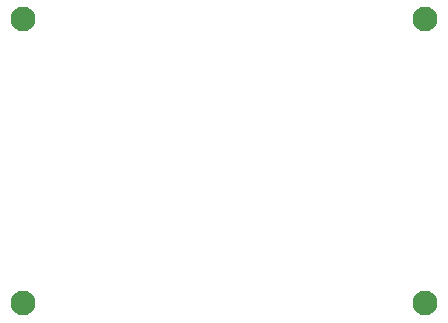
<source format=gbr>
%TF.GenerationSoftware,KiCad,Pcbnew,9.0.5*%
%TF.CreationDate,2025-12-25T12:25:19+05:30*%
%TF.ProjectId,TSH82_Configurable_Op-amp_Board,54534838-325f-4436-9f6e-666967757261,v1.1*%
%TF.SameCoordinates,Original*%
%TF.FileFunction,NonPlated,1,2,NPTH,Drill*%
%TF.FilePolarity,Positive*%
%FSLAX46Y46*%
G04 Gerber Fmt 4.6, Leading zero omitted, Abs format (unit mm)*
G04 Created by KiCad (PCBNEW 9.0.5) date 2025-12-25 12:25:19*
%MOMM*%
%LPD*%
G01*
G04 APERTURE LIST*
%TA.AperFunction,ComponentDrill*%
%ADD10C,2.100000*%
%TD*%
G04 APERTURE END LIST*
D10*
%TO.C,H1*%
X126000000Y-82000000D03*
%TO.C,H4*%
X126000000Y-106000000D03*
%TO.C,H2*%
X160000000Y-82000000D03*
%TO.C,H3*%
X160000000Y-106000000D03*
M02*

</source>
